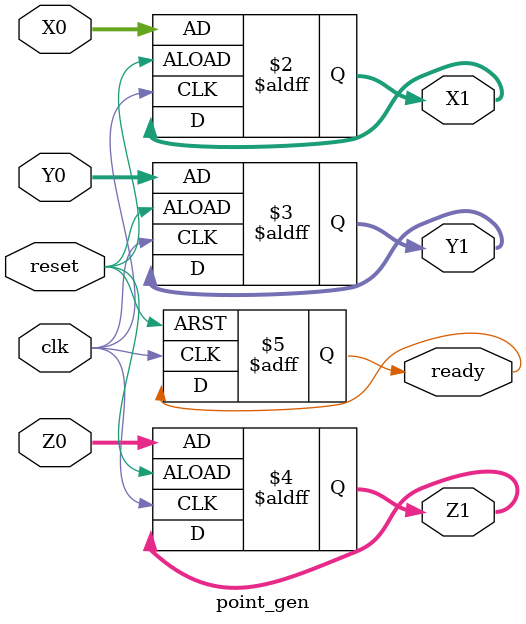
<source format=v>
`timescale 1ns / 1ps
module point_gen (
    input wire clk,
    input wire reset,
    input [N-1:0] X0,
    input [N-1:0] Y0,
    input [N-1:0] Z0,
    output reg [N-1:0] X1,
    output reg [N-1:0] Y1,
    output reg [N-1:0] Z1,
    output reg ready
);

    parameter N = 3; // Number of bits
    parameter number_points = 1;
    // Internal registers
    reg [N-1:0] xadd_a,yadd_a,zadd_a,xadd_b,yadd_b,zadd_b,xdbl_i,ydbl_i,zdbl_i;
    wire [N-1:0] xadd_o,yadd_o,zadd_o,xdbl_o,ydbl_o,zdbl_o;
    reg [3:0] state;
    reg [5:0] count;

    // Instantiate the pointAddition and PointDouble modules
    pointAddition dut_add (
        .X0(xadd_a),
        .Y0(yadd_a),
        .Z0(zadd_a),
        .X1(xadd_b),
        .Y1(yadd_b),
        .Z1(zadd_b),
        .X2(xadd_o),
        .Y2(yadd_o),
        .Z2(zadd_o)
    );
	 
    PointDouble dut_dbl (
        .X1(xdbl_i),
        .Y1(ydbl_i),
        .Z1(zdbl_i),
        .X2(xdbl_o),
        .Y2(ydbl_o),
        .Z2(zdbl_o)
    );

    // State definitions
    localparam [3:0]
        STATE_INIT = 4'b0000,
        STATE_DOUBLE = 4'b0001,
        STATE_SAVE_ADD = 4'b00100,
        STATE_ADD = 4'b0010,
        STATE_DOUBLE_SET = 4'b00101,
        STATE_READY_POINT = 4'b00111,
        STATE_SAVE_POINT = 4'b01000,
        STATE_INCREMENT = 4'b0011;
        

    always @(posedge clk or posedge reset) begin
    if (reset) begin
        state <= STATE_DOUBLE_SET;
        X1 <= X0;
        Y1 <= Y0;
        Z1 <= Z0;
        count <= 1;
        ready <=0;
        
        // Reset xdbl_i to a known value
    end else begin
        if (number_points > 1) begin

            case (state)

                
                STATE_DOUBLE_SET: begin
                    // Trigger PointDouble module
                    X1 <= X0;
                    Y1 <= Y0;
                    Z1 <= Z0;
                    xdbl_i <= 3'b110;
                    ydbl_i <= 3'b001;
                    zdbl_i <= 3'b001;
                    if (count == number_points) begin
                        state <= STATE_DOUBLE_SET;
                    end
                    else begin 
                        count <= count + 1;
                        state <= STATE_DOUBLE;
                    end
                end


                STATE_DOUBLE: begin
                    // Trigger PointDouble module
                    X1 <= xdbl_o; // register output
                    Y1 <= ydbl_o;
                    Z1 <= zdbl_o;
                    
                    
                    if (count == number_points) begin
                        state <= STATE_DOUBLE_SET;
                    end
                    else begin 
                        state <= STATE_SAVE_ADD;
                    end
                end

            
                STATE_SAVE_ADD: begin
                    // Trigger PointAddition module
                    xadd_a <= xdbl_i;
                    yadd_a <= ydbl_i;
                    zadd_a <= zdbl_i;
                    if(Z1 == 0)begin
                        state <= STATE_DOUBLE_SET;
                    end
                    else begin 
                        xadd_b <= X1;
                        yadd_b <= Y1;
                        zadd_b <= Z1;
                        state <= STATE_ADD;
                    end
                end
                STATE_ADD: begin
                    X1 <= xadd_o;
                    Y1 <= yadd_o;
                    Z1 <= zadd_o;
                    state <= STATE_INCREMENT;
                end
                STATE_INCREMENT: begin
                    count <= count + 1;
                    if (count == number_points - 1) begin
                        state <= STATE_SAVE_POINT;
                    end else begin
                        state <= STATE_SAVE_ADD;
                    end
                end
                STATE_SAVE_POINT: begin
                    X1 <= X1;
                    Y1 <= Y1;
                    Z1 <= Z1;
                    ready <= 1;
                    state <= STATE_READY_POINT;
                end

                STATE_READY_POINT: begin
                    ready <= 0;
                    state <= STATE_READY_POINT;
                end

            endcase
        
        end
    end
end


endmodule
</source>
